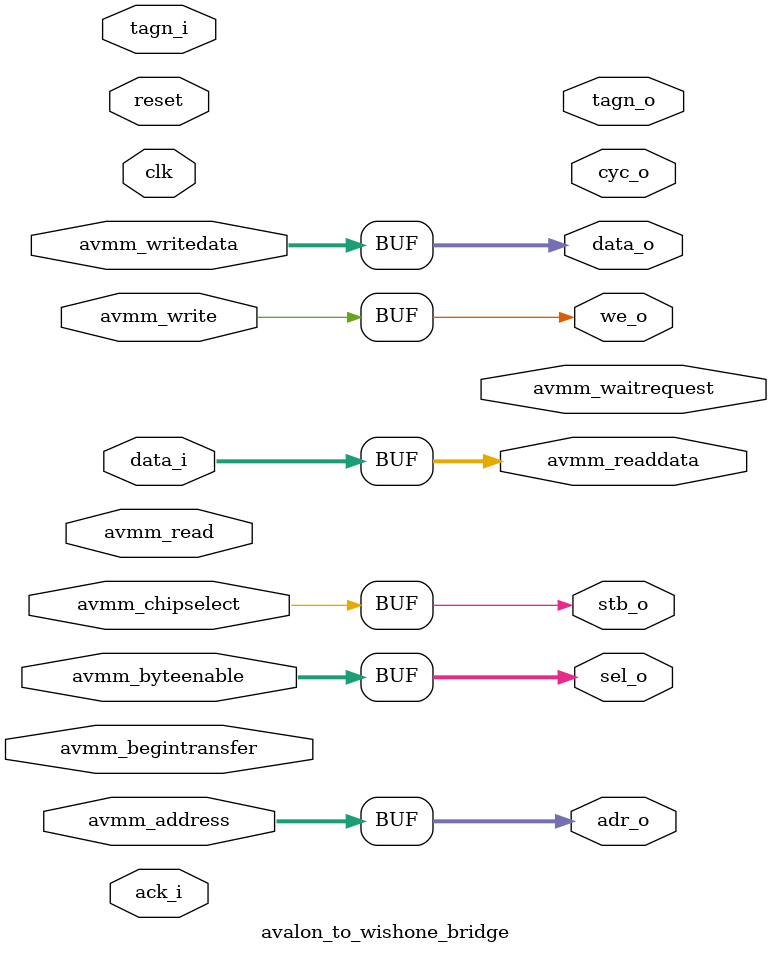
<source format=v>

module avalon_to_wishone_bridge
    #(
        parameter  BUS_WIDTH  = 5,
        parameter  DATA_WIDTH = 32,
        parameter  BE_WIDTH   = 4
    )
    (
    //Common signal:
    input clk, 
    input reset, 
    //Avalon MM interface:
    input  avmm_chipselect, //The System Interconnect Fabric has to generate this signal
    input  [BUS_WIDTH-1:0] avmm_address,
    input  avmm_read, 
    output [DATA_WIDTH-1:0] avmm_readdata,
    input  avmm_write, 
    input  [DATA_WIDTH-1:0] avmm_writedata,
    input  [BE_WIDTH-1:  0] avmm_byteenable, 
    input  avmm_begintransfer, //Is this necessary?
    output avmm_waitrequest,   //It is not implemented yet
    //Wishbone interface:
    output [BUS_WIDTH-1:0]  adr_o,  //Address Out
    input  [DATA_WIDTH-1:0] data_i, //Data In
    output [DATA_WIDTH-1:0] data_o, //Data Out
    output we_o,                    //Write Enable Out
    output [BE_WIDTH-1:  0] sel_o,  //Select output array
    output stb_o,                   //Strobe Out
    input  ack_i,                   //Acknowledged Out
    output cyc_o,                   //Cycle Output
    output tagn_o,                  //Cycle tag type Out
    input  tagn_i                   //Cycle tag type In
    );
 
assign adr_o  = avmm_address;
assign data_o = avmm_writedata;
assign stb_o  = avmm_chipselect;
assign we_o   = avmm_write;
assign sel_o  = avmm_byteenable;

assign avmm_readdata = data_i;


endmodule
</source>
